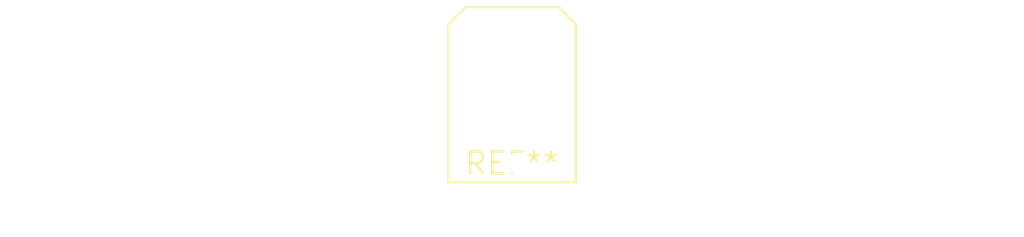
<source format=kicad_pcb>
(kicad_pcb (version 20240108) (generator pcbnew)
  (layers (0 "F.Cu" signal) (31 "B.Cu" signal) (34 "B.Paste" user) (35 "F.Paste" user) (36 "B.SilkS" user "B.Silkscreen") (37 "F.SilkS" user "F.Silkscreen") (38 "B.Mask" user) (39 "F.Mask" user) (44 "Edge.Cuts" user))
  (net 0 "")
  (footprint "Molex_Micro-Fit_3.0_43045-0200_2x01_P3.00mm_Horizontal" (layer "F.Cu") (at 0 0)
    (property "Reference" "REF**")
    (property "Value" "Molex_Micro-Fit_3.0_43045-0200_2x01_P3.00mm_Horizontal")
    (fp_line (start -3.685 -8.03) (end -2.685 -9.03) (layer "F.SilkS") (stroke (width 0.12)))
    (fp_line (start -3.685 1.1) (end -3.685 -8.03) (layer "F.SilkS") (stroke (width 0.12)))
    (fp_line (start -2.685 -9.03) (end 2.685 -9.03) (layer "F.SilkS") (stroke (width 0.12)))
    (fp_line (start 2.685 -9.03) (end 3.685 -8.03) (layer "F.SilkS") (stroke (width 0.12)))
    (fp_line (start 3.685 -8.03) (end 3.685 1.1) (layer "F.SilkS") (stroke (width 0.12)))
    (fp_line (start 3.685 1.1) (end -3.685 1.1) (layer "F.SilkS") (stroke (width 0.12)))
    (pad "" np_thru_hole circle (at 0 -4.32) (size 3 3) (drill 3) (layers *.Cu *.Mask))
    (pad "1" thru_hole roundrect (at 0 0) (size 1.5 1.5) (drill 1.02) (layers *.Cu *.Mask) (remove_unused_layers) (roundrect_rratio 0.166667))
    (pad "2" thru_hole circle (at 0 3) (size 1.5 1.5) (drill 1.02) (layers *.Cu *.Mask) (remove_unused_layers))
  )
)
</source>
